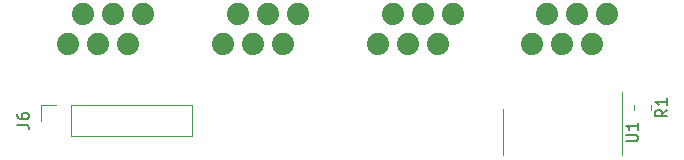
<source format=gto>
G04 #@! TF.GenerationSoftware,KiCad,Pcbnew,7.0.10-7.0.10~ubuntu22.04.1*
G04 #@! TF.CreationDate,2024-01-29T17:38:49+05:30*
G04 #@! TF.ProjectId,bir-weather-hat,6269722d-7765-4617-9468-65722d686174,rev?*
G04 #@! TF.SameCoordinates,Original*
G04 #@! TF.FileFunction,Legend,Top*
G04 #@! TF.FilePolarity,Positive*
%FSLAX46Y46*%
G04 Gerber Fmt 4.6, Leading zero omitted, Abs format (unit mm)*
G04 Created by KiCad (PCBNEW 7.0.10-7.0.10~ubuntu22.04.1) date 2024-01-29 17:38:49*
%MOMM*%
%LPD*%
G01*
G04 APERTURE LIST*
%ADD10C,0.150000*%
%ADD11C,0.120000*%
%ADD12C,1.879600*%
G04 APERTURE END LIST*
D10*
X105314819Y-64833333D02*
X106029104Y-64833333D01*
X106029104Y-64833333D02*
X106171961Y-64880952D01*
X106171961Y-64880952D02*
X106267200Y-64976190D01*
X106267200Y-64976190D02*
X106314819Y-65119047D01*
X106314819Y-65119047D02*
X106314819Y-65214285D01*
X105314819Y-63928571D02*
X105314819Y-64119047D01*
X105314819Y-64119047D02*
X105362438Y-64214285D01*
X105362438Y-64214285D02*
X105410057Y-64261904D01*
X105410057Y-64261904D02*
X105552914Y-64357142D01*
X105552914Y-64357142D02*
X105743390Y-64404761D01*
X105743390Y-64404761D02*
X106124342Y-64404761D01*
X106124342Y-64404761D02*
X106219580Y-64357142D01*
X106219580Y-64357142D02*
X106267200Y-64309523D01*
X106267200Y-64309523D02*
X106314819Y-64214285D01*
X106314819Y-64214285D02*
X106314819Y-64023809D01*
X106314819Y-64023809D02*
X106267200Y-63928571D01*
X106267200Y-63928571D02*
X106219580Y-63880952D01*
X106219580Y-63880952D02*
X106124342Y-63833333D01*
X106124342Y-63833333D02*
X105886247Y-63833333D01*
X105886247Y-63833333D02*
X105791009Y-63880952D01*
X105791009Y-63880952D02*
X105743390Y-63928571D01*
X105743390Y-63928571D02*
X105695771Y-64023809D01*
X105695771Y-64023809D02*
X105695771Y-64214285D01*
X105695771Y-64214285D02*
X105743390Y-64309523D01*
X105743390Y-64309523D02*
X105791009Y-64357142D01*
X105791009Y-64357142D02*
X105886247Y-64404761D01*
X156854819Y-66261904D02*
X157664342Y-66261904D01*
X157664342Y-66261904D02*
X157759580Y-66214285D01*
X157759580Y-66214285D02*
X157807200Y-66166666D01*
X157807200Y-66166666D02*
X157854819Y-66071428D01*
X157854819Y-66071428D02*
X157854819Y-65880952D01*
X157854819Y-65880952D02*
X157807200Y-65785714D01*
X157807200Y-65785714D02*
X157759580Y-65738095D01*
X157759580Y-65738095D02*
X157664342Y-65690476D01*
X157664342Y-65690476D02*
X156854819Y-65690476D01*
X157854819Y-64690476D02*
X157854819Y-65261904D01*
X157854819Y-64976190D02*
X156854819Y-64976190D01*
X156854819Y-64976190D02*
X156997676Y-65071428D01*
X156997676Y-65071428D02*
X157092914Y-65166666D01*
X157092914Y-65166666D02*
X157140533Y-65261904D01*
X160354819Y-63579166D02*
X159878628Y-63912499D01*
X160354819Y-64150594D02*
X159354819Y-64150594D01*
X159354819Y-64150594D02*
X159354819Y-63769642D01*
X159354819Y-63769642D02*
X159402438Y-63674404D01*
X159402438Y-63674404D02*
X159450057Y-63626785D01*
X159450057Y-63626785D02*
X159545295Y-63579166D01*
X159545295Y-63579166D02*
X159688152Y-63579166D01*
X159688152Y-63579166D02*
X159783390Y-63626785D01*
X159783390Y-63626785D02*
X159831009Y-63674404D01*
X159831009Y-63674404D02*
X159878628Y-63769642D01*
X159878628Y-63769642D02*
X159878628Y-64150594D01*
X160354819Y-62626785D02*
X160354819Y-63198213D01*
X160354819Y-62912499D02*
X159354819Y-62912499D01*
X159354819Y-62912499D02*
X159497676Y-63007737D01*
X159497676Y-63007737D02*
X159592914Y-63102975D01*
X159592914Y-63102975D02*
X159640533Y-63198213D01*
D11*
X107300000Y-63170000D02*
X108630000Y-63170000D01*
X109900000Y-63170000D02*
X120120000Y-63170000D01*
X109900000Y-65830000D02*
X120120000Y-65830000D01*
X109900000Y-65830000D02*
X109900000Y-63170000D01*
X120120000Y-65830000D02*
X120120000Y-63170000D01*
X107300000Y-64500000D02*
X107300000Y-63170000D01*
X156560000Y-65500000D02*
X156560000Y-62050000D01*
X146440000Y-65500000D02*
X146440000Y-67450000D01*
X156560000Y-65500000D02*
X156560000Y-67450000D01*
X146440000Y-65500000D02*
X146440000Y-63550000D01*
X158985000Y-63185436D02*
X158985000Y-63639564D01*
X157515000Y-63185436D02*
X157515000Y-63639564D01*
D12*
X142250000Y-55500000D03*
X140980000Y-58040000D03*
X139710000Y-55500000D03*
X138440000Y-58040000D03*
X137170000Y-55500000D03*
X135900000Y-58040000D03*
X155250000Y-55510000D03*
X153980000Y-58050000D03*
X152710000Y-55510000D03*
X151440000Y-58050000D03*
X150170000Y-55510000D03*
X148900000Y-58050000D03*
X129130000Y-55510000D03*
X127860000Y-58050000D03*
X126590000Y-55510000D03*
X125320000Y-58050000D03*
X124050000Y-55510000D03*
X122780000Y-58050000D03*
X109650000Y-58040000D03*
X110920000Y-55500000D03*
X112190000Y-58040000D03*
X113460000Y-55500000D03*
X114730000Y-58040000D03*
X116000000Y-55500000D03*
M02*

</source>
